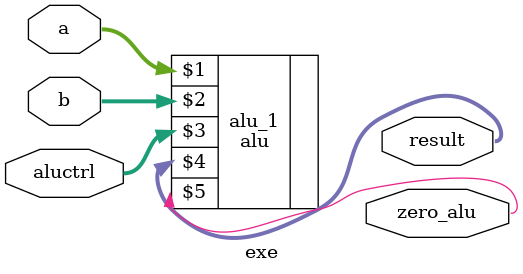
<source format=v>
`include "./alu/alu.v"

module exe(input [31:0]a, input [31:0]b, input [3:0]aluctrl, output [31:0]result, output zero_alu);
    alu alu_1(a, b, aluctrl, result, zero_alu);
endmodule
</source>
